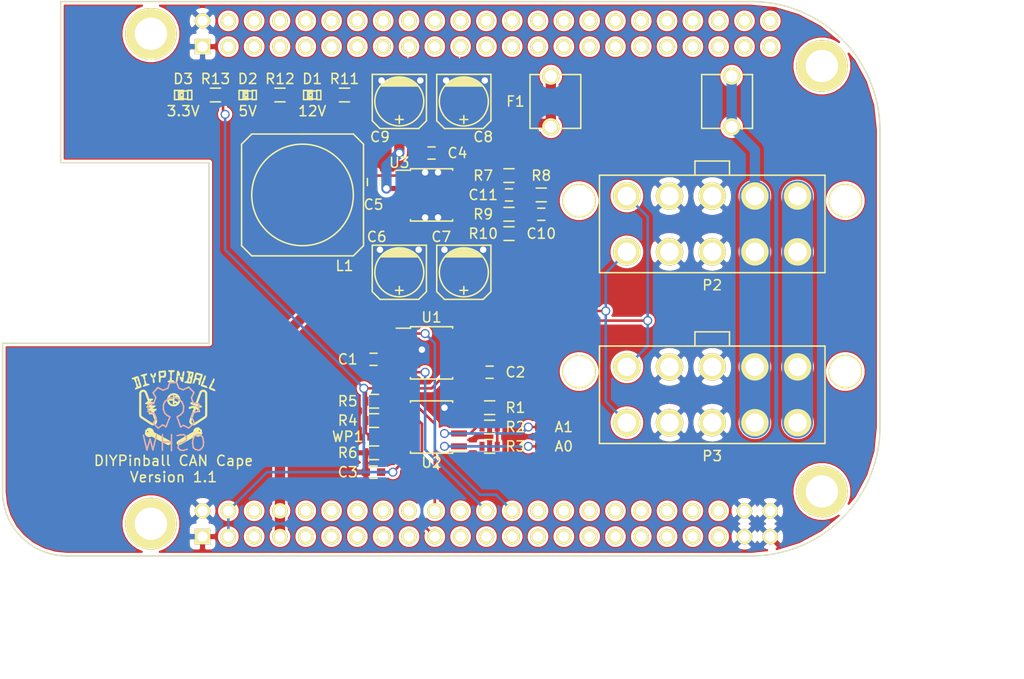
<source format=kicad_pcb>
(kicad_pcb (version 4) (host pcbnew 4.0.0-rc1-stable)
  (layers (0 F.Cu signal) (31 B.Cu signal) (34 B.Paste user) (35 F.Paste user) (36 B.SilkS user) (37 F.SilkS user) (38 B.Mask user) (39 F.Mask user) (44 Edge.Cuts user))
  (net 0 "")
  (net 1 +5V)
  (net 2 GND)
  (net 3 +3.3V)
  (net 4 SCL)
  (net 5 SDA)
  (net 6 CANRX)
  (net 7 CANTX)
  (net 8 "Net-(R1-Pad2)")
  (net 9 CANL)
  (net 10 CANH)
  (net 11 "Net-(P2-Pad1)")
  (net 12 +12V)
  (net 13 "Net-(C4-Pad1)")
  (net 14 "Net-(C5-Pad1)")
  (net 15 "Net-(C5-Pad2)")
  (net 16 "Net-(C10-Pad1)")
  (net 17 "Net-(C11-Pad2)")
  (net 18 "Net-(R7-Pad1)")
  (net 19 "Net-(R10-Pad1)")
  (net 20 "Net-(A0-Pad2)")
  (net 21 "Net-(A1-Pad2)")
  (net 22 "Net-(R6-Pad1)")
  (net 23 "Net-(F1-Pad1)")
  (net 24 "Net-(D1-Pad2)")
  (net 25 "Net-(D2-Pad2)")
  (net 26 "Net-(D3-Pad2)")
  (module Beaglebone:BEAGLEBONE_BLACK (layer F.Cu) (at 166.37 115.57)
    (fp_text reference P1 hide)
    (fp_text value BEAGLEBONE_BLACK hide)
    (pad "" thru_hole circle (at 14.605 -3.175) (size 5.08 5.08) (drill 3.175) (layers *.Cu *.Mask F.SilkS))
    (pad "" thru_hole circle (at 80.645 -6.35) (size 5.08 5.08) (drill 3.175) (layers *.Cu *.Mask F.SilkS))
    (pad "" thru_hole circle (at 80.645 -48.26) (size 5.08 5.08) (drill 3.175) (layers *.Cu *.Mask F.SilkS))
    (pad "" thru_hole circle (at 14.605 -51.435) (size 5.08 5.08) (drill 3.175) (layers *.Cu *.Mask F.SilkS))
    (pad A1 thru_hole rect (at 19.685 -50.165) (size 1.524 1.524) (drill 1.016) (layers *.Cu *.Mask F.SilkS) (net 2 GND))
    (pad A2 thru_hole circle (at 19.685 -52.705) (size 1.524 1.524) (drill 1.016) (layers *.Cu *.Mask F.SilkS) (net 2 GND))
    (pad A3 thru_hole circle (at 22.225 -50.165) (size 1.524 1.524) (drill 1.016) (layers *.Cu *.Mask F.SilkS))
    (pad A4 thru_hole circle (at 22.225 -52.705) (size 1.524 1.524) (drill 1.016) (layers *.Cu *.Mask F.SilkS))
    (pad A5 thru_hole circle (at 24.765 -50.165) (size 1.524 1.524) (drill 1.016) (layers *.Cu *.Mask F.SilkS))
    (pad A6 thru_hole circle (at 24.765 -52.705) (size 1.524 1.524) (drill 1.016) (layers *.Cu *.Mask F.SilkS))
    (pad A7 thru_hole circle (at 27.305 -50.165) (size 1.524 1.524) (drill 1.016) (layers *.Cu *.Mask F.SilkS))
    (pad A8 thru_hole circle (at 27.305 -52.705) (size 1.524 1.524) (drill 1.016) (layers *.Cu *.Mask F.SilkS))
    (pad A9 thru_hole circle (at 29.845 -50.165) (size 1.524 1.524) (drill 1.016) (layers *.Cu *.Mask F.SilkS))
    (pad A10 thru_hole circle (at 29.845 -52.705) (size 1.524 1.524) (drill 1.016) (layers *.Cu *.Mask F.SilkS))
    (pad A11 thru_hole circle (at 32.385 -50.165) (size 1.524 1.524) (drill 1.016) (layers *.Cu *.Mask F.SilkS))
    (pad A12 thru_hole circle (at 32.385 -52.705) (size 1.524 1.524) (drill 1.016) (layers *.Cu *.Mask F.SilkS))
    (pad A13 thru_hole circle (at 34.925 -50.165) (size 1.524 1.524) (drill 1.016) (layers *.Cu *.Mask F.SilkS))
    (pad A14 thru_hole circle (at 34.925 -52.705) (size 1.524 1.524) (drill 1.016) (layers *.Cu *.Mask F.SilkS))
    (pad A15 thru_hole circle (at 37.465 -50.165) (size 1.524 1.524) (drill 1.016) (layers *.Cu *.Mask F.SilkS))
    (pad A16 thru_hole circle (at 37.465 -52.705) (size 1.524 1.524) (drill 1.016) (layers *.Cu *.Mask F.SilkS))
    (pad A17 thru_hole circle (at 40.005 -50.165) (size 1.524 1.524) (drill 1.016) (layers *.Cu *.Mask F.SilkS))
    (pad A18 thru_hole circle (at 40.005 -52.705) (size 1.524 1.524) (drill 1.016) (layers *.Cu *.Mask F.SilkS))
    (pad A19 thru_hole circle (at 42.545 -50.165) (size 1.524 1.524) (drill 1.016) (layers *.Cu *.Mask F.SilkS))
    (pad A20 thru_hole circle (at 42.545 -52.705) (size 1.524 1.524) (drill 1.016) (layers *.Cu *.Mask F.SilkS))
    (pad A21 thru_hole circle (at 45.085 -50.165) (size 1.524 1.524) (drill 1.016) (layers *.Cu *.Mask F.SilkS))
    (pad A22 thru_hole circle (at 45.085 -52.705) (size 1.524 1.524) (drill 1.016) (layers *.Cu *.Mask F.SilkS))
    (pad A23 thru_hole circle (at 47.625 -50.165) (size 1.524 1.524) (drill 1.016) (layers *.Cu *.Mask F.SilkS))
    (pad A24 thru_hole circle (at 47.625 -52.705) (size 1.524 1.524) (drill 1.016) (layers *.Cu *.Mask F.SilkS))
    (pad A25 thru_hole circle (at 50.165 -50.165) (size 1.524 1.524) (drill 1.016) (layers *.Cu *.Mask F.SilkS))
    (pad A26 thru_hole circle (at 50.165 -52.705) (size 1.524 1.524) (drill 1.016) (layers *.Cu *.Mask F.SilkS))
    (pad A27 thru_hole circle (at 52.705 -50.165) (size 1.524 1.524) (drill 1.016) (layers *.Cu *.Mask F.SilkS))
    (pad A28 thru_hole circle (at 52.705 -52.705) (size 1.524 1.524) (drill 1.016) (layers *.Cu *.Mask F.SilkS))
    (pad A29 thru_hole circle (at 55.245 -50.165) (size 1.524 1.524) (drill 1.016) (layers *.Cu *.Mask F.SilkS))
    (pad A30 thru_hole circle (at 55.245 -52.705) (size 1.524 1.524) (drill 1.016) (layers *.Cu *.Mask F.SilkS))
    (pad A31 thru_hole circle (at 57.785 -50.165) (size 1.524 1.524) (drill 1.016) (layers *.Cu *.Mask F.SilkS))
    (pad A32 thru_hole circle (at 57.785 -52.705) (size 1.524 1.524) (drill 1.016) (layers *.Cu *.Mask F.SilkS))
    (pad A33 thru_hole circle (at 60.325 -50.165) (size 1.524 1.524) (drill 1.016) (layers *.Cu *.Mask F.SilkS))
    (pad A34 thru_hole circle (at 60.325 -52.705) (size 1.524 1.524) (drill 1.016) (layers *.Cu *.Mask F.SilkS))
    (pad A35 thru_hole circle (at 62.865 -50.165) (size 1.524 1.524) (drill 1.016) (layers *.Cu *.Mask F.SilkS))
    (pad A36 thru_hole circle (at 62.865 -52.705) (size 1.524 1.524) (drill 1.016) (layers *.Cu *.Mask F.SilkS))
    (pad A37 thru_hole circle (at 65.405 -50.165) (size 1.524 1.524) (drill 1.016) (layers *.Cu *.Mask F.SilkS))
    (pad A38 thru_hole circle (at 65.405 -52.705) (size 1.524 1.524) (drill 1.016) (layers *.Cu *.Mask F.SilkS))
    (pad A39 thru_hole circle (at 67.945 -50.165) (size 1.524 1.524) (drill 1.016) (layers *.Cu *.Mask F.SilkS))
    (pad A40 thru_hole circle (at 67.945 -52.705) (size 1.524 1.524) (drill 1.016) (layers *.Cu *.Mask F.SilkS))
    (pad A41 thru_hole circle (at 70.485 -50.165) (size 1.524 1.524) (drill 1.016) (layers *.Cu *.Mask F.SilkS))
    (pad A42 thru_hole circle (at 70.485 -52.705) (size 1.524 1.524) (drill 1.016) (layers *.Cu *.Mask F.SilkS))
    (pad A43 thru_hole circle (at 73.025 -50.165) (size 1.524 1.524) (drill 1.016) (layers *.Cu *.Mask F.SilkS))
    (pad A44 thru_hole circle (at 73.025 -52.705) (size 1.524 1.524) (drill 1.016) (layers *.Cu *.Mask F.SilkS))
    (pad A45 thru_hole circle (at 75.565 -50.165) (size 1.524 1.524) (drill 1.016) (layers *.Cu *.Mask F.SilkS))
    (pad A46 thru_hole circle (at 75.565 -52.705) (size 1.524 1.524) (drill 1.016) (layers *.Cu *.Mask F.SilkS))
    (pad B2 thru_hole circle (at 19.685 -4.445) (size 1.524 1.524) (drill 1.016) (layers *.Cu *.Mask F.SilkS) (net 2 GND))
    (pad B3 thru_hole circle (at 22.225 -1.905) (size 1.524 1.524) (drill 1.016) (layers *.Cu *.Mask F.SilkS) (net 3 +3.3V))
    (pad B4 thru_hole circle (at 22.225 -4.445) (size 1.524 1.524) (drill 1.016) (layers *.Cu *.Mask F.SilkS) (net 3 +3.3V))
    (pad B5 thru_hole circle (at 24.765 -1.905) (size 1.524 1.524) (drill 1.016) (layers *.Cu *.Mask F.SilkS))
    (pad B6 thru_hole circle (at 24.765 -4.445) (size 1.524 1.524) (drill 1.016) (layers *.Cu *.Mask F.SilkS))
    (pad B7 thru_hole circle (at 27.305 -1.905) (size 1.524 1.524) (drill 1.016) (layers *.Cu *.Mask F.SilkS) (net 1 +5V))
    (pad B8 thru_hole circle (at 27.305 -4.445) (size 1.524 1.524) (drill 1.016) (layers *.Cu *.Mask F.SilkS) (net 1 +5V))
    (pad B9 thru_hole circle (at 29.845 -1.905) (size 1.524 1.524) (drill 1.016) (layers *.Cu *.Mask F.SilkS))
    (pad B10 thru_hole circle (at 29.845 -4.445) (size 1.524 1.524) (drill 1.016) (layers *.Cu *.Mask F.SilkS))
    (pad B11 thru_hole circle (at 32.385 -1.905) (size 1.524 1.524) (drill 1.016) (layers *.Cu *.Mask F.SilkS))
    (pad B12 thru_hole circle (at 32.385 -4.445) (size 1.524 1.524) (drill 1.016) (layers *.Cu *.Mask F.SilkS))
    (pad B13 thru_hole circle (at 34.925 -1.905) (size 1.524 1.524) (drill 1.016) (layers *.Cu *.Mask F.SilkS))
    (pad B14 thru_hole circle (at 34.925 -4.445) (size 1.524 1.524) (drill 1.016) (layers *.Cu *.Mask F.SilkS))
    (pad B15 thru_hole circle (at 37.465 -1.905) (size 1.524 1.524) (drill 1.016) (layers *.Cu *.Mask F.SilkS))
    (pad B16 thru_hole circle (at 37.465 -4.445) (size 1.524 1.524) (drill 1.016) (layers *.Cu *.Mask F.SilkS))
    (pad B17 thru_hole circle (at 40.005 -1.905) (size 1.524 1.524) (drill 1.016) (layers *.Cu *.Mask F.SilkS))
    (pad B18 thru_hole circle (at 40.005 -4.445) (size 1.524 1.524) (drill 1.016) (layers *.Cu *.Mask F.SilkS))
    (pad B19 thru_hole circle (at 42.545 -1.905) (size 1.524 1.524) (drill 1.016) (layers *.Cu *.Mask F.SilkS) (net 4 SCL))
    (pad B20 thru_hole circle (at 42.545 -4.445) (size 1.524 1.524) (drill 1.016) (layers *.Cu *.Mask F.SilkS) (net 5 SDA))
    (pad B21 thru_hole circle (at 45.085 -1.905) (size 1.524 1.524) (drill 1.016) (layers *.Cu *.Mask F.SilkS))
    (pad B22 thru_hole circle (at 45.085 -4.445) (size 1.524 1.524) (drill 1.016) (layers *.Cu *.Mask F.SilkS))
    (pad B23 thru_hole circle (at 47.625 -1.905) (size 1.524 1.524) (drill 1.016) (layers *.Cu *.Mask F.SilkS))
    (pad B24 thru_hole circle (at 47.625 -4.445) (size 1.524 1.524) (drill 1.016) (layers *.Cu *.Mask F.SilkS) (net 6 CANRX))
    (pad B25 thru_hole circle (at 50.165 -1.905) (size 1.524 1.524) (drill 1.016) (layers *.Cu *.Mask F.SilkS))
    (pad B26 thru_hole circle (at 50.165 -4.445) (size 1.524 1.524) (drill 1.016) (layers *.Cu *.Mask F.SilkS) (net 7 CANTX))
    (pad B27 thru_hole circle (at 52.705 -1.905) (size 1.524 1.524) (drill 1.016) (layers *.Cu *.Mask F.SilkS))
    (pad B28 thru_hole circle (at 52.705 -4.445) (size 1.524 1.524) (drill 1.016) (layers *.Cu *.Mask F.SilkS))
    (pad B29 thru_hole circle (at 55.245 -1.905) (size 1.524 1.524) (drill 1.016) (layers *.Cu *.Mask F.SilkS))
    (pad B30 thru_hole circle (at 55.245 -4.445) (size 1.524 1.524) (drill 1.016) (layers *.Cu *.Mask F.SilkS))
    (pad B31 thru_hole circle (at 57.785 -1.905) (size 1.524 1.524) (drill 1.016) (layers *.Cu *.Mask F.SilkS))
    (pad B32 thru_hole circle (at 57.785 -4.445) (size 1.524 1.524) (drill 1.016) (layers *.Cu *.Mask F.SilkS))
    (pad B33 thru_hole circle (at 60.325 -1.905) (size 1.524 1.524) (drill 1.016) (layers *.Cu *.Mask F.SilkS))
    (pad B34 thru_hole circle (at 60.325 -4.445) (size 1.524 1.524) (drill 1.016) (layers *.Cu *.Mask F.SilkS))
    (pad B35 thru_hole circle (at 62.865 -1.905) (size 1.524 1.524) (drill 1.016) (layers *.Cu *.Mask F.SilkS))
    (pad B36 thru_hole circle (at 62.865 -4.445) (size 1.524 1.524) (drill 1.016) (layers *.Cu *.Mask F.SilkS))
    (pad B37 thru_hole circle (at 65.405 -1.905) (size 1.524 1.524) (drill 1.016) (layers *.Cu *.Mask F.SilkS))
    (pad B38 thru_hole circle (at 65.405 -4.445) (size 1.524 1.524) (drill 1.016) (layers *.Cu *.Mask F.SilkS))
    (pad B39 thru_hole circle (at 67.945 -1.905) (size 1.524 1.524) (drill 1.016) (layers *.Cu *.Mask F.SilkS))
    (pad B40 thru_hole circle (at 67.945 -4.445) (size 1.524 1.524) (drill 1.016) (layers *.Cu *.Mask F.SilkS))
    (pad B41 thru_hole circle (at 70.485 -1.905) (size 1.524 1.524) (drill 1.016) (layers *.Cu *.Mask F.SilkS))
    (pad B42 thru_hole circle (at 70.485 -4.445) (size 1.524 1.524) (drill 1.016) (layers *.Cu *.Mask F.SilkS))
    (pad B43 thru_hole circle (at 73.025 -1.905) (size 1.524 1.524) (drill 1.016) (layers *.Cu *.Mask F.SilkS) (net 2 GND))
    (pad B44 thru_hole circle (at 73.025 -4.445) (size 1.524 1.524) (drill 1.016) (layers *.Cu *.Mask F.SilkS) (net 2 GND))
    (pad B45 thru_hole circle (at 75.565 -1.905) (size 1.524 1.524) (drill 1.016) (layers *.Cu *.Mask F.SilkS) (net 2 GND))
    (pad B46 thru_hole circle (at 75.565 -4.445) (size 1.524 1.524) (drill 1.016) (layers *.Cu *.Mask F.SilkS) (net 2 GND))
    (pad B1 thru_hole rect (at 19.685 -1.905) (size 1.524 1.524) (drill 1.016) (layers *.Cu *.Mask F.SilkS) (net 2 GND))
  )
  (module PinballParts:PINBALL-CONNECTOR-V (layer F.Cu) (at 236.22 82.8675 180)
    (fp_text reference P2 (at 0 -6.0325 180) (layer F.SilkS))
    (fp_text value PINBALL-CONNECTOR hide)
    (pad 3 thru_hole circle (at 0 -2.75) (size 2.7 2.7) (drill 1.8) (layers *.Cu *.Mask F.SilkS) (net 2 GND))
    (pad 8 thru_hole circle (at 0 2.75) (size 2.7 2.7) (drill 1.8) (layers *.Cu *.Mask F.SilkS) (net 2 GND))
    (pad 4 thru_hole circle (at 4.2 -2.75) (size 2.7 2.7) (drill 1.8) (layers *.Cu *.Mask F.SilkS) (net 2 GND))
    (pad 9 thru_hole circle (at 4.2 2.75) (size 2.7 2.7) (drill 1.8) (layers *.Cu *.Mask F.SilkS) (net 2 GND))
    (pad 5 thru_hole circle (at 8.4 -2.75) (size 2.7 2.7) (drill 1.8) (layers *.Cu *.Mask F.SilkS) (net 10 CANH))
    (pad 10 thru_hole circle (at 8.4 2.75) (size 2.7 2.7) (drill 1.8) (layers *.Cu *.Mask F.SilkS) (net 9 CANL))
    (pad 7 thru_hole circle (at -4.2 2.75) (size 2.7 2.7) (drill 1.8) (layers *.Cu *.Mask F.SilkS) (net 23 "Net-(F1-Pad1)"))
    (pad 2 thru_hole circle (at -4.2 -2.75) (size 2.7 2.7) (drill 1.8) (layers *.Cu *.Mask F.SilkS) (net 23 "Net-(F1-Pad1)"))
    (pad 6 thru_hole circle (at -8.4 2.75) (size 2.7 2.7) (drill 1.8) (layers *.Cu *.Mask F.SilkS) (net 11 "Net-(P2-Pad1)"))
    (pad 1 thru_hole circle (at -8.4 -2.75) (size 2.7 2.7) (drill 1.8) (layers *.Cu *.Mask F.SilkS) (net 11 "Net-(P2-Pad1)"))
    (pad "" np_thru_hole circle (at 13.1 2.29) (size 3.3 3.3) (drill 3) (layers *.Cu *.Mask F.SilkS))
    (pad "" np_thru_hole circle (at -13.1 2.29) (size 3.3 3.3) (drill 3) (layers *.Cu *.Mask F.SilkS))
  )
  (module PinballParts:PINBALL-CONNECTOR-V (layer F.Cu) (at 236.22 99.695 180)
    (fp_text reference P3 (at 0 -6.0325 180) (layer F.SilkS))
    (fp_text value PINBALL-CONNECTOR hide)
    (pad 3 thru_hole circle (at 0 -2.75) (size 2.7 2.7) (drill 1.8) (layers *.Cu *.Mask F.SilkS) (net 2 GND))
    (pad 8 thru_hole circle (at 0 2.75) (size 2.7 2.7) (drill 1.8) (layers *.Cu *.Mask F.SilkS) (net 2 GND))
    (pad 4 thru_hole circle (at 4.2 -2.75) (size 2.7 2.7) (drill 1.8) (layers *.Cu *.Mask F.SilkS) (net 2 GND))
    (pad 9 thru_hole circle (at 4.2 2.75) (size 2.7 2.7) (drill 1.8) (layers *.Cu *.Mask F.SilkS) (net 2 GND))
    (pad 5 thru_hole circle (at 8.4 -2.75) (size 2.7 2.7) (drill 1.8) (layers *.Cu *.Mask F.SilkS) (net 10 CANH))
    (pad 10 thru_hole circle (at 8.4 2.75) (size 2.7 2.7) (drill 1.8) (layers *.Cu *.Mask F.SilkS) (net 9 CANL))
    (pad 7 thru_hole circle (at -4.2 2.75) (size 2.7 2.7) (drill 1.8) (layers *.Cu *.Mask F.SilkS) (net 23 "Net-(F1-Pad1)"))
    (pad 2 thru_hole circle (at -4.2 -2.75) (size 2.7 2.7) (drill 1.8) (layers *.Cu *.Mask F.SilkS) (net 23 "Net-(F1-Pad1)"))
    (pad 6 thru_hole circle (at -8.4 2.75) (size 2.7 2.7) (drill 1.8) (layers *.Cu *.Mask F.SilkS) (net 11 "Net-(P2-Pad1)"))
    (pad 1 thru_hole circle (at -8.4 -2.75) (size 2.7 2.7) (drill 1.8) (layers *.Cu *.Mask F.SilkS) (net 11 "Net-(P2-Pad1)"))
    (pad "" np_thru_hole circle (at 13.1 2.29) (size 3.3 3.3) (drill 3) (layers *.Cu *.Mask F.SilkS))
    (pad "" np_thru_hole circle (at -13.1 2.29) (size 3.3 3.3) (drill 3) (layers *.Cu *.Mask F.SilkS))
  )
  (module Capacitors_SMD:C_0603 (layer F.Cu) (at 202.8825 96.2025 180)
    (fp_text reference C1 (at 2.54 0 180) (layer F.SilkS))
    (fp_text value 100n)
    (pad 1 smd rect (at -0.75 0 180) (size 0.8 0.75) (layers F.Cu F.Paste F.Mask) (net 1 +5V))
    (pad 2 smd rect (at 0.75 0 180) (size 0.8 0.75) (layers F.Cu F.Paste F.Mask) (net 2 GND))
  )
  (module Capacitors_SMD:C_0603 (layer F.Cu) (at 214.3125 97.4725)
    (fp_text reference C2 (at 2.54 0) (layer F.SilkS))
    (fp_text value 100n)
    (pad 1 smd rect (at -0.75 0) (size 0.8 0.75) (layers F.Cu F.Paste F.Mask) (net 3 +3.3V))
    (pad 2 smd rect (at 0.75 0) (size 0.8 0.75) (layers F.Cu F.Paste F.Mask) (net 2 GND))
  )
  (module Capacitors_SMD:C_0603 (layer F.Cu) (at 202.8825 107.315 180)
    (fp_text reference C3 (at 2.54 0 180) (layer F.SilkS))
    (fp_text value 100n)
    (pad 1 smd rect (at -0.75 0 180) (size 0.8 0.75) (layers F.Cu F.Paste F.Mask) (net 3 +3.3V))
    (pad 2 smd rect (at 0.75 0 180) (size 0.8 0.75) (layers F.Cu F.Paste F.Mask) (net 2 GND))
  )
  (module Resistors_SMD:R_0603 (layer F.Cu) (at 214.3125 100.965 180)
    (fp_text reference R1 (at -2.54 0 180) (layer F.SilkS))
    (fp_text value 4.7K)
    (pad 1 smd rect (at -0.75 0 180) (size 0.5 0.9) (layers F.Cu F.Paste F.Mask) (net 3 +3.3V))
    (pad 2 smd rect (at 0.75 0 180) (size 0.5 0.9) (layers F.Cu F.Paste F.Mask) (net 8 "Net-(R1-Pad2)"))
  )
  (module Resistors_SMD:R_0603 (layer F.Cu) (at 214.3125 102.87 180)
    (fp_text reference R2 (at -2.54 0 180) (layer F.SilkS))
    (fp_text value 4.7K)
    (pad 1 smd rect (at -0.75 0 180) (size 0.5 0.9) (layers F.Cu F.Paste F.Mask) (net 3 +3.3V))
    (pad 2 smd rect (at 0.75 0 180) (size 0.5 0.9) (layers F.Cu F.Paste F.Mask) (net 21 "Net-(A1-Pad2)"))
  )
  (module Resistors_SMD:R_0603 (layer F.Cu) (at 214.3125 104.775 180)
    (fp_text reference R3 (at -2.54 0 180) (layer F.SilkS))
    (fp_text value 4.7K)
    (pad 1 smd rect (at -0.75 0 180) (size 0.5 0.9) (layers F.Cu F.Paste F.Mask) (net 3 +3.3V))
    (pad 2 smd rect (at 0.75 0 180) (size 0.5 0.9) (layers F.Cu F.Paste F.Mask) (net 20 "Net-(A0-Pad2)"))
  )
  (module Resistors_SMD:R_0603 (layer F.Cu) (at 202.8825 102.235)
    (fp_text reference R4 (at -2.54 0) (layer F.SilkS))
    (fp_text value 4.7K)
    (pad 1 smd rect (at -0.75 0) (size 0.5 0.9) (layers F.Cu F.Paste F.Mask) (net 3 +3.3V))
    (pad 2 smd rect (at 0.75 0) (size 0.5 0.9) (layers F.Cu F.Paste F.Mask) (net 4 SCL))
  )
  (module Resistors_SMD:R_0603 (layer F.Cu) (at 202.8825 100.33)
    (fp_text reference R5 (at -2.54 0) (layer F.SilkS))
    (fp_text value 4.7K)
    (pad 1 smd rect (at -0.75 0) (size 0.5 0.9) (layers F.Cu F.Paste F.Mask) (net 3 +3.3V))
    (pad 2 smd rect (at 0.75 0) (size 0.5 0.9) (layers F.Cu F.Paste F.Mask) (net 5 SDA))
  )
  (module Resistors_SMD:R_0603 (layer F.Cu) (at 202.8825 105.41 180)
    (fp_text reference R6 (at 2.54 0 180) (layer F.SilkS))
    (fp_text value 4.7K)
    (pad 1 smd rect (at -0.75 0 180) (size 0.5 0.9) (layers F.Cu F.Paste F.Mask) (net 22 "Net-(R6-Pad1)"))
    (pad 2 smd rect (at 0.75 0 180) (size 0.5 0.9) (layers F.Cu F.Paste F.Mask) (net 2 GND))
  )
  (module Housings_SOIC:SOIC-8_3.9x4.9mm_Pitch1.27mm (layer F.Cu) (at 208.5975 95.5675)
    (fp_text reference U1 (at 0 -3.5) (layer F.SilkS))
    (fp_text value MCP2562)
    (pad 1 smd rect (at -2.7 -1.905) (size 1.55 0.6) (layers F.Cu F.Paste F.Mask) (net 7 CANTX))
    (pad 2 smd rect (at -2.7 -0.635) (size 1.55 0.6) (layers F.Cu F.Paste F.Mask) (net 2 GND))
    (pad 3 smd rect (at -2.7 0.635) (size 1.55 0.6) (layers F.Cu F.Paste F.Mask) (net 1 +5V))
    (pad 4 smd rect (at -2.7 1.905) (size 1.55 0.6) (layers F.Cu F.Paste F.Mask) (net 6 CANRX))
    (pad 5 smd rect (at 2.7 1.905) (size 1.55 0.6) (layers F.Cu F.Paste F.Mask) (net 3 +3.3V))
    (pad 6 smd rect (at 2.7 0.635) (size 1.55 0.6) (layers F.Cu F.Paste F.Mask) (net 9 CANL))
    (pad 7 smd rect (at 2.7 -0.635) (size 1.55 0.6) (layers F.Cu F.Paste F.Mask) (net 10 CANH))
    (pad 8 smd rect (at 2.7 -1.905) (size 1.55 0.6) (layers F.Cu F.Paste F.Mask))
  )
  (module Housings_SOIC:SOIC-8_3.9x4.9mm_Pitch1.27mm (layer F.Cu) (at 208.5975 102.87 180)
    (fp_text reference U2 (at 0 -3.5 180) (layer F.SilkS))
    (fp_text value 24C256)
    (pad 1 smd rect (at -2.7 -1.905 180) (size 1.55 0.6) (layers F.Cu F.Paste F.Mask) (net 20 "Net-(A0-Pad2)"))
    (pad 2 smd rect (at -2.7 -0.635 180) (size 1.55 0.6) (layers F.Cu F.Paste F.Mask) (net 21 "Net-(A1-Pad2)"))
    (pad 3 smd rect (at -2.7 0.635 180) (size 1.55 0.6) (layers F.Cu F.Paste F.Mask) (net 8 "Net-(R1-Pad2)"))
    (pad 4 smd rect (at -2.7 1.905 180) (size 1.55 0.6) (layers F.Cu F.Paste F.Mask) (net 2 GND))
    (pad 5 smd rect (at 2.7 1.905 180) (size 1.55 0.6) (layers F.Cu F.Paste F.Mask) (net 5 SDA))
    (pad 6 smd rect (at 2.7 0.635 180) (size 1.55 0.6) (layers F.Cu F.Paste F.Mask) (net 4 SCL))
    (pad 7 smd rect (at 2.7 -0.635 180) (size 1.55 0.6) (layers F.Cu F.Paste F.Mask) (net 22 "Net-(R6-Pad1)"))
    (pad 8 smd rect (at 2.7 -1.905 180) (size 1.55 0.6) (layers F.Cu F.Paste F.Mask) (net 3 +3.3V))
  )
  (module Capacitors_SMD:C_0603 (layer F.Cu) (at 208.5975 75.8825 180)
    (fp_text reference C4 (at -2.54 0 180) (layer F.SilkS))
    (fp_text value 100n)
    (pad 1 smd rect (at -0.75 0 180) (size 0.8 0.75) (layers F.Cu F.Paste F.Mask) (net 13 "Net-(C4-Pad1)"))
    (pad 2 smd rect (at 0.75 0 180) (size 0.8 0.75) (layers F.Cu F.Paste F.Mask) (net 2 GND))
  )
  (module Capacitors_SMD:C_0603 (layer F.Cu) (at 202.8825 78.74 90)
    (fp_text reference C5 (at -2.2225 0 180) (layer F.SilkS))
    (fp_text value 10n)
    (pad 1 smd rect (at -0.75 0 90) (size 0.8 0.75) (layers F.Cu F.Paste F.Mask) (net 14 "Net-(C5-Pad1)"))
    (pad 2 smd rect (at 0.75 0 90) (size 0.8 0.75) (layers F.Cu F.Paste F.Mask) (net 15 "Net-(C5-Pad2)"))
  )
  (module Capacitors_SMD:c_elec_5x5.8 (layer F.Cu) (at 205.4225 87.63 270)
    (fp_text reference C6 (at -3.4925 2.2225 360) (layer F.SilkS))
    (fp_text value 22u)
    (pad 1 smd rect (at 2.19964 0 270) (size 2.99974 1.6002) (layers F.Cu F.Paste F.Mask) (net 1 +5V))
    (pad 2 smd rect (at -2.19964 0 270) (size 2.99974 1.6002) (layers F.Cu F.Paste F.Mask) (net 2 GND))
  )
  (module Capacitors_SMD:c_elec_5x5.8 (layer F.Cu) (at 211.7725 87.63 270)
    (fp_text reference C7 (at -3.4925 2.2225 360) (layer F.SilkS))
    (fp_text value 22u)
    (pad 1 smd rect (at 2.19964 0 270) (size 2.99974 1.6002) (layers F.Cu F.Paste F.Mask) (net 1 +5V))
    (pad 2 smd rect (at -2.19964 0 270) (size 2.99974 1.6002) (layers F.Cu F.Paste F.Mask) (net 2 GND))
  )
  (module Capacitors_SMD:c_elec_5x5.8 (layer F.Cu) (at 211.7725 70.8025 270)
    (fp_text reference C8 (at 3.4925 -1.905 360) (layer F.SilkS))
    (fp_text value 10u)
    (pad 1 smd rect (at 2.19964 0 270) (size 2.99974 1.6002) (layers F.Cu F.Paste F.Mask) (net 12 +12V))
    (pad 2 smd rect (at -2.19964 0 270) (size 2.99974 1.6002) (layers F.Cu F.Paste F.Mask) (net 2 GND))
  )
  (module Capacitors_SMD:c_elec_5x5.8 (layer F.Cu) (at 205.4225 70.8025 270)
    (fp_text reference C9 (at 3.4925 1.905 360) (layer F.SilkS))
    (fp_text value 10u)
    (pad 1 smd rect (at 2.19964 0 270) (size 2.99974 1.6002) (layers F.Cu F.Paste F.Mask) (net 12 +12V))
    (pad 2 smd rect (at -2.19964 0 270) (size 2.99974 1.6002) (layers F.Cu F.Paste F.Mask) (net 2 GND))
  )
  (module Capacitors_SMD:C_0603 (layer F.Cu) (at 219.3925 81.915)
    (fp_text reference C10 (at 0 1.905) (layer F.SilkS))
    (fp_text value NP)
    (pad 1 smd rect (at -0.75 0) (size 0.8 0.75) (layers F.Cu F.Paste F.Mask) (net 16 "Net-(C10-Pad1)"))
    (pad 2 smd rect (at 0.75 0) (size 0.8 0.75) (layers F.Cu F.Paste F.Mask) (net 2 GND))
  )
  (module Capacitors_SMD:C_0603 (layer F.Cu) (at 216.2175 80.01)
    (fp_text reference C11 (at -2.54 0) (layer F.SilkS))
    (fp_text value 3.3n)
    (pad 1 smd rect (at -0.75 0) (size 0.8 0.75) (layers F.Cu F.Paste F.Mask) (net 16 "Net-(C10-Pad1)"))
    (pad 2 smd rect (at 0.75 0) (size 0.8 0.75) (layers F.Cu F.Paste F.Mask) (net 17 "Net-(C11-Pad2)"))
  )
  (module Inductors:SELF-WE-PD-XXL (layer F.Cu) (at 195.8975 80.01 270)
    (fp_text reference L1 (at 6.985 -4.1275 360) (layer F.SilkS))
    (fp_text value 4.7u)
    (fp_text user "" (at 0 0 270) (layer F.SilkS))
    (fp_text user "" (at 0 0 270) (layer F.SilkS))
    (pad 1 smd rect (at -5.00126 0 270) (size 2.90068 5.40004) (layers F.Cu F.Paste F.Mask) (net 14 "Net-(C5-Pad1)"))
    (pad 2 smd rect (at 5.00126 0 270) (size 2.90068 5.40004) (layers F.Cu F.Paste F.Mask) (net 1 +5V))
  )
  (module Resistors_SMD:R_0603 (layer F.Cu) (at 216.2175 78.105)
    (fp_text reference R7 (at -2.54 0) (layer F.SilkS))
    (fp_text value 10K)
    (pad 1 smd rect (at -0.75 0) (size 0.5 0.9) (layers F.Cu F.Paste F.Mask) (net 18 "Net-(R7-Pad1)"))
    (pad 2 smd rect (at 0.75 0) (size 0.5 0.9) (layers F.Cu F.Paste F.Mask) (net 12 +12V))
  )
  (module Resistors_SMD:R_0603 (layer F.Cu) (at 219.3925 80.01 180)
    (fp_text reference R8 (at 0 1.905 180) (layer F.SilkS))
    (fp_text value 13K)
    (pad 1 smd rect (at -0.75 0 180) (size 0.5 0.9) (layers F.Cu F.Paste F.Mask) (net 2 GND))
    (pad 2 smd rect (at 0.75 0 180) (size 0.5 0.9) (layers F.Cu F.Paste F.Mask) (net 17 "Net-(C11-Pad2)"))
  )
  (module Resistors_SMD:R_0603 (layer F.Cu) (at 216.2175 81.915 180)
    (fp_text reference R9 (at 2.54 0 180) (layer F.SilkS))
    (fp_text value 11.8K)
    (pad 1 smd rect (at -0.75 0 180) (size 0.5 0.9) (layers F.Cu F.Paste F.Mask) (net 2 GND))
    (pad 2 smd rect (at 0.75 0 180) (size 0.5 0.9) (layers F.Cu F.Paste F.Mask) (net 19 "Net-(R10-Pad1)"))
  )
  (module Resistors_SMD:R_0603 (layer F.Cu) (at 216.2175 83.82)
    (fp_text reference R10 (at -2.54 0) (layer F.SilkS))
    (fp_text value 53.6K)
    (pad 1 smd rect (at -0.75 0) (size 0.5 0.9) (layers F.Cu F.Paste F.Mask) (net 19 "Net-(R10-Pad1)"))
    (pad 2 smd rect (at 0.75 0) (size 0.5 0.9) (layers F.Cu F.Paste F.Mask) (net 1 +5V))
  )
  (module Housings_SOIC:SOIC-8-1EP_3.9x4.9mm_Pitch1.27mm (layer F.Cu) (at 208.5975 80.01)
    (fp_text reference U3 (at -3.175 -3.175) (layer F.SilkS))
    (fp_text value AP3513E)
    (pad 1 smd rect (at -2.7 -1.905) (size 1.55 0.6) (layers F.Cu F.Paste F.Mask) (net 15 "Net-(C5-Pad2)"))
    (pad 2 smd rect (at -2.7 -0.635) (size 1.55 0.6) (layers F.Cu F.Paste F.Mask) (net 12 +12V))
    (pad 3 smd rect (at -2.7 0.635) (size 1.55 0.6) (layers F.Cu F.Paste F.Mask) (net 14 "Net-(C5-Pad1)"))
    (pad 4 smd rect (at -2.7 1.905) (size 1.55 0.6) (layers F.Cu F.Paste F.Mask) (net 2 GND))
    (pad 5 smd rect (at 2.7 1.905) (size 1.55 0.6) (layers F.Cu F.Paste F.Mask) (net 19 "Net-(R10-Pad1)"))
    (pad 6 smd rect (at 2.7 0.635) (size 1.55 0.6) (layers F.Cu F.Paste F.Mask) (net 16 "Net-(C10-Pad1)"))
    (pad 7 smd rect (at 2.7 -0.635) (size 1.55 0.6) (layers F.Cu F.Paste F.Mask) (net 18 "Net-(R7-Pad1)"))
    (pad 8 smd rect (at 2.7 -1.905) (size 1.55 0.6) (layers F.Cu F.Paste F.Mask) (net 13 "Net-(C4-Pad1)"))
    (pad 9 smd rect (at 0.5875 0.5875) (size 1.175 1.175) (layers F.Cu F.Paste F.Mask) (net 2 GND))
    (pad 9 smd rect (at 0.5875 -0.5875) (size 1.175 1.175) (layers F.Cu F.Paste F.Mask) (net 2 GND))
    (pad 9 smd rect (at -0.5875 0.5875) (size 1.175 1.175) (layers F.Cu F.Paste F.Mask) (net 2 GND))
    (pad 9 smd rect (at -0.5875 -0.5875) (size 1.175 1.175) (layers F.Cu F.Paste F.Mask) (net 2 GND))
  )
  (module open-project:S_JUMPER_2 (layer F.Cu) (at 219.3925 104.775 180)
    (fp_text reference A0 (at -2.2225 0 180) (layer F.SilkS))
    (fp_text value JUMPER hide)
    (pad 1 smd rect (at -0.3556 0 180) (size 0.508 0.762) (layers F.Cu F.Paste F.Mask) (net 2 GND) (clearance 0.2032))
    (pad 2 smd rect (at 0.3556 0 180) (size 0.508 0.762) (layers F.Cu F.Paste F.Mask) (net 20 "Net-(A0-Pad2)") (clearance 0.2032))
  )
  (module open-project:S_JUMPER_2 (layer F.Cu) (at 219.3925 102.87 180)
    (fp_text reference A1 (at -2.2225 0 180) (layer F.SilkS))
    (fp_text value JUMPER hide)
    (pad 1 smd rect (at -0.3556 0 180) (size 0.508 0.762) (layers F.Cu F.Paste F.Mask) (net 2 GND) (clearance 0.2032))
    (pad 2 smd rect (at 0.3556 0 180) (size 0.508 0.762) (layers F.Cu F.Paste F.Mask) (net 21 "Net-(A1-Pad2)") (clearance 0.2032))
  )
  (module open-project:S_JUMPER_2 (layer F.Cu) (at 202.8825 103.8225)
    (fp_text reference WP1 (at -2.54 0) (layer F.SilkS))
    (fp_text value JUMPER hide)
    (pad 1 smd rect (at -0.3556 0) (size 0.508 0.762) (layers F.Cu F.Paste F.Mask) (net 3 +3.3V) (clearance 0.2032))
    (pad 2 smd rect (at 0.3556 0) (size 0.508 0.762) (layers F.Cu F.Paste F.Mask) (net 22 "Net-(R6-Pad1)") (clearance 0.2032))
  )
  (module PinballParts:FIDUCIAL (layer F.Cu) (at 242.57 70.1675)
    (fp_text reference FIDUCIAL hide)
    (fp_text value VAL** hide)
    (pad "" smd circle (at 0 0) (size 1 1) (layers F.Cu F.Mask) (clearance 1))
  )
  (module PinballParts:FIDUCIAL (layer F.Cu) (at 171.7675 108.9025)
    (fp_text reference FIDUCIAL hide)
    (fp_text value VAL** hide)
    (pad "" smd circle (at 0 0) (size 1 1) (layers F.Cu F.Mask) (clearance 1))
  )
  (module PinballParts:diypinball-logo-small (layer F.Cu) (at 183.1975 100.965)
    (fp_text reference G*** hide)
    (fp_text value DIYPINBALL-LOGO-SMALL hide)
  )
  (module Symbols:Symbol_OSHW-Logo_SilkScreen (layer B.Cu) (at 183.1975 100.965 180)
    (fp_text reference REF** hide)
    (fp_text value Symbol_OSHW-Logo_SilkScreen)
  )
  (module LEDs:LED-0603 (layer F.Cu) (at 196.85 70.1675)
    (fp_text reference D1 (at 0 -1.5875) (layer F.SilkS))
    (fp_text value LED)
    (pad 2 smd rect (at 0.7493 0 180) (size 0.79756 0.79756) (layers F.Cu F.Paste F.Mask) (net 24 "Net-(D1-Pad2)"))
    (pad 1 smd rect (at -0.7493 0 180) (size 0.79756 0.79756) (layers F.Cu F.Paste F.Mask) (net 2 GND))
  )
  (module LEDs:LED-0603 (layer F.Cu) (at 190.5 70.1675)
    (fp_text reference D2 (at 0 -1.5875) (layer F.SilkS))
    (fp_text value LED)
    (pad 2 smd rect (at 0.7493 0 180) (size 0.79756 0.79756) (layers F.Cu F.Paste F.Mask) (net 25 "Net-(D2-Pad2)"))
    (pad 1 smd rect (at -0.7493 0 180) (size 0.79756 0.79756) (layers F.Cu F.Paste F.Mask) (net 2 GND))
  )
  (module LEDs:LED-0603 (layer F.Cu) (at 184.15 70.1675)
    (fp_text reference D3 (at 0 -1.5875) (layer F.SilkS))
    (fp_text value LED)
    (pad 2 smd rect (at 0.7493 0 180) (size 0.79756 0.79756) (layers F.Cu F.Paste F.Mask) (net 26 "Net-(D3-Pad2)"))
    (pad 1 smd rect (at -0.7493 0 180) (size 0.79756 0.79756) (layers F.Cu F.Paste F.Mask) (net 2 GND))
  )
  (module Resistors_SMD:R_0603 (layer F.Cu) (at 200.025 70.1675 180)
    (fp_text reference R11 (at 0 1.5875 180) (layer F.SilkS))
    (fp_text value 4.7K)
    (pad 1 smd rect (at -0.75 0 180) (size 0.5 0.9) (layers F.Cu F.Paste F.Mask) (net 12 +12V))
    (pad 2 smd rect (at 0.75 0 180) (size 0.5 0.9) (layers F.Cu F.Paste F.Mask) (net 24 "Net-(D1-Pad2)"))
  )
  (module Resistors_SMD:R_0603 (layer F.Cu) (at 193.675 70.1675 180)
    (fp_text reference R12 (at 0 1.5875 180) (layer F.SilkS))
    (fp_text value 1K)
    (pad 1 smd rect (at -0.75 0 180) (size 0.5 0.9) (layers F.Cu F.Paste F.Mask) (net 1 +5V))
    (pad 2 smd rect (at 0.75 0 180) (size 0.5 0.9) (layers F.Cu F.Paste F.Mask) (net 25 "Net-(D2-Pad2)"))
  )
  (module Resistors_SMD:R_0603 (layer F.Cu) (at 187.325 70.1675 180)
    (fp_text reference R13 (at 0 1.5875 180) (layer F.SilkS))
    (fp_text value 1K)
    (pad 1 smd rect (at -0.75 0 180) (size 0.5 0.9) (layers F.Cu F.Paste F.Mask) (net 3 +3.3V))
    (pad 2 smd rect (at 0.75 0 180) (size 0.5 0.9) (layers F.Cu F.Paste F.Mask) (net 26 "Net-(D3-Pad2)"))
  )
  (module PinballParts:FC203-20MM (layer F.Cu) (at 229.235 70.8025 180)
    (fp_text reference F1 (at 12.3825 0 180) (layer F.SilkS))
    (fp_text value FUSE hide)
    (pad 1 thru_hole circle (at -8.9 -2.5 180) (size 1.7 1.7) (drill 1.17) (layers *.Cu *.Mask F.SilkS) (net 23 "Net-(F1-Pad1)"))
    (pad 1 thru_hole circle (at -8.9 2.5 180) (size 1.7 1.7) (drill 1.17) (layers *.Cu *.Mask F.SilkS) (net 23 "Net-(F1-Pad1)"))
    (pad 2 thru_hole circle (at 8.9 2.5 180) (size 1.7 1.7) (drill 1.17) (layers *.Cu *.Mask F.SilkS) (net 12 +12V))
    (pad 2 thru_hole circle (at 8.9 -2.5 180) (size 1.7 1.7) (drill 1.17) (layers *.Cu *.Mask F.SilkS) (net 12 +12V))
  )
  (gr_text 12V (at 196.85 71.755) (layer F.SilkS) (effects (font (size 1 1))))
  (gr_text 5V (at 190.5 71.755) (layer F.SilkS) (effects (font (size 1 1))))
  (gr_text 3.3V (at 184.15 71.755) (layer F.SilkS) (effects (font (size 1 1))))
  (gr_text "DIYPinball CAN Cape\nVersion 1.1\n" (at 183.1975 106.9975) (layer F.SilkS) (effects (font (size 1 1))))
  (gr_line (start 172.085 60.96) (end 240.03 60.96) (angle 90) (layer Edge.Cuts) (width 0.1))
  (gr_arc (start 240.03 73.66) (end 240.03 60.96) (angle 90) (layer Edge.Cuts) (width 0.1))
  (gr_arc (start 172.72 109.22) (end 172.72 115.57) (angle 90) (layer Edge.Cuts) (width 0.1))
  (gr_arc (start 240.03 102.87) (end 252.73 102.87) (angle 90) (layer Edge.Cuts) (width 0.1))
  (gr_line (start 252.73 102.87) (end 252.73 73.66) (angle 90) (layer Edge.Cuts) (width 0.1))
  (gr_line (start 172.72 115.57) (end 240.03 115.57) (angle 90) (layer Edge.Cuts) (width 0.1))
  (gr_line (start 166.37 94.615) (end 166.37 109.22) (angle 90) (layer Edge.Cuts) (width 0.1))
  (gr_line (start 186.69 94.615) (end 166.37 94.615) (angle 90) (layer Edge.Cuts) (width 0.1))
  (gr_line (start 186.69 76.835) (end 186.69 94.615) (angle 90) (layer Edge.Cuts) (width 0.1))
  (gr_line (start 172.085 76.835) (end 186.69 76.835) (angle 90) (layer Edge.Cuts) (width 0.1))
  (gr_line (start 172.085 60.96) (end 172.085 76.835) (angle 90) (layer Edge.Cuts) (width 0.1))
  (segment (start 194.425 70.1675) (end 194.425 71.3225) (width 0.254) (layer F.Cu) (net 1))
  (segment (start 195.8975 82.55) (end 195.8975 85.01126) (width 0.254) (layer F.Cu) (net 1))
  (segment (start 192.405 79.0575) (end 195.8975 82.55) (width 0.254) (layer F.Cu) (net 1))
  (segment (start 192.405 73.3425) (end 192.405 79.0575) (width 0.254) (layer F.Cu) (net 1))
  (segment (start 194.425 71.3225) (end 192.405 73.3425) (width 0.254) (layer F.Cu) (net 1))
  (segment (start 203.6325 96.2025) (end 203.6325 89.82964) (width 0.254) (layer F.Cu) (net 1))
  (segment (start 203.5175 89.8525) (end 203.5175 89.82964) (width 0.254) (layer F.Cu) (net 1))
  (segment (start 203.60964 89.8525) (end 203.5175 89.8525) (width 0.254) (layer F.Cu) (net 1))
  (segment (start 203.6325 89.82964) (end 203.60964 89.8525) (width 0.254) (layer F.Cu) (net 1))
  (segment (start 198.12 89.82964) (end 193.675 94.27464) (width 1.016) (layer F.Cu) (net 1))
  (segment (start 193.675 94.27464) (end 193.675 111.125) (width 1.016) (layer F.Cu) (net 1))
  (segment (start 205.4225 89.82964) (end 203.5175 89.82964) (width 1.016) (layer F.Cu) (net 1))
  (segment (start 203.5175 89.82964) (end 198.12 89.82964) (width 1.016) (layer F.Cu) (net 1))
  (segment (start 198.12 89.82964) (end 198.09714 89.82964) (width 1.016) (layer F.Cu) (net 1))
  (segment (start 195.8975 87.63) (end 195.8975 85.01126) (width 1.016) (layer F.Cu) (net 1))
  (segment (start 198.09714 89.82964) (end 195.8975 87.63) (width 1.016) (layer F.Cu) (net 1))
  (segment (start 211.7725 89.82964) (end 205.4225 89.82964) (width 1.016) (layer F.Cu) (net 1))
  (segment (start 211.7725 89.82964) (end 215.92286 89.82964) (width 0.254) (layer F.Cu) (net 1))
  (segment (start 216.9675 88.785) (end 216.9675 83.82) (width 0.254) (layer F.Cu) (net 1))
  (segment (start 215.92286 89.82964) (end 216.9675 88.785) (width 0.254) (layer F.Cu) (net 1))
  (segment (start 205.8975 96.2025) (end 203.6325 96.2025) (width 0.254) (layer F.Cu) (net 1))
  (segment (start 193.675 113.665) (end 193.675 111.125) (width 1.016) (layer F.Cu) (net 1))
  (segment (start 211.2975 100.965) (end 209.8675 100.965) (width 0.254) (layer F.Cu) (net 2))
  (via (at 209.8675 100.965) (size 0.889) (layers F.Cu B.Cu) (net 2))
  (segment (start 205.8975 94.9325) (end 207.3275 94.9325) (width 0.254) (layer F.Cu) (net 2))
  (via (at 207.645 95.25) (size 0.889) (layers F.Cu B.Cu) (net 2))
  (segment (start 207.3275 94.9325) (end 207.645 95.25) (width 0.254) (layer F.Cu) (net 2))
  (segment (start 208.01 80.5975) (end 208.01 82.185) (width 0.254) (layer F.Cu) (net 2))
  (via (at 207.9625 82.2325) (size 0.889) (layers F.Cu B.Cu) (net 2))
  (segment (start 208.01 82.185) (end 207.9625 82.2325) (width 0.254) (layer F.Cu) (net 2))
  (segment (start 209.185 80.5975) (end 209.185 82.185) (width 0.254) (layer F.Cu) (net 2))
  (via (at 209.2325 82.2325) (size 0.889) (layers F.Cu B.Cu) (net 2))
  (segment (start 209.185 82.185) (end 209.2325 82.2325) (width 0.254) (layer F.Cu) (net 2))
  (segment (start 209.185 79.4225) (end 209.185 77.835) (width 0.254) (layer F.Cu) (net 2))
  (via (at 209.2325 77.7875) (size 0.889) (layers F.Cu B.Cu) (net 2))
  (segment (start 209.185 77.835) (end 209.2325 77.7875) (width 0.254) (layer F.Cu) (net 2))
  (segment (start 208.01 79.4225) (end 208.01 77.835) (width 0.254) (layer F.Cu) (net 2))
  (via (at 207.9625 77.7875) (size 0.889) (layers F.Cu B.Cu) (net 2))
  (segment (start 208.01 77.835) (end 207.9625 77.7875) (width 0.254) (layer F.Cu) (net 2))
  (segment (start 205.4225 85.43036) (end 203.54036 85.43036) (width 0.254) (layer F.Cu) (net 2))
  (via (at 203.5175 85.4075) (size 0.889) (layers F.Cu B.Cu) (net 2))
  (segment (start 203.54036 85.43036) (end 203.5175 85.4075) (width 0.254) (layer F.Cu) (net 2))
  (segment (start 205.4225 85.43036) (end 207.30464 85.43036) (width 0.254) (layer F.Cu) (net 2))
  (via (at 207.3275 85.4075) (size 0.889) (layers F.Cu B.Cu) (net 2))
  (segment (start 207.30464 85.43036) (end 207.3275 85.4075) (width 0.254) (layer F.Cu) (net 2))
  (segment (start 211.7725 85.43036) (end 213.65464 85.43036) (width 0.254) (layer F.Cu) (net 2))
  (via (at 213.6775 85.4075) (size 0.889) (layers F.Cu B.Cu) (net 2))
  (segment (start 213.65464 85.43036) (end 213.6775 85.4075) (width 0.254) (layer F.Cu) (net 2))
  (segment (start 211.7725 85.43036) (end 209.89036 85.43036) (width 0.254) (layer F.Cu) (net 2))
  (via (at 209.8675 85.4075) (size 0.889) (layers F.Cu B.Cu) (net 2))
  (segment (start 209.89036 85.43036) (end 209.8675 85.4075) (width 0.254) (layer F.Cu) (net 2))
  (segment (start 205.58125 68.76161) (end 203.69911 68.76161) (width 0.508) (layer F.Cu) (net 2))
  (via (at 203.67625 68.73875) (size 0.889) (layers F.Cu B.Cu) (net 2))
  (segment (start 203.69911 68.76161) (end 203.67625 68.73875) (width 0.508) (layer F.Cu) (net 2))
  (segment (start 211.93125 68.76161) (end 213.81339 68.76161) (width 0.508) (layer F.Cu) (net 2))
  (via (at 213.83625 68.73875) (size 0.889) (layers F.Cu B.Cu) (net 2))
  (segment (start 213.81339 68.76161) (end 213.83625 68.73875) (width 0.508) (layer F.Cu) (net 2))
  (segment (start 211.93125 68.76161) (end 210.04911 68.76161) (width 0.508) (layer F.Cu) (net 2))
  (via (at 210.02625 68.73875) (size 0.889) (layers F.Cu B.Cu) (net 2))
  (segment (start 210.04911 68.76161) (end 210.02625 68.73875) (width 0.508) (layer F.Cu) (net 2))
  (segment (start 205.58125 68.76161) (end 207.46339 68.76161) (width 0.508) (layer F.Cu) (net 2))
  (via (at 207.48625 68.73875) (size 0.889) (layers F.Cu B.Cu) (net 2))
  (segment (start 207.46339 68.76161) (end 207.48625 68.73875) (width 0.508) (layer F.Cu) (net 2))
  (segment (start 188.075 70.1675) (end 188.075 71.87) (width 0.254) (layer F.Cu) (net 3))
  (segment (start 188.2775 85.4075) (end 201.93 99.06) (width 0.254) (layer B.Cu) (net 3))
  (segment (start 188.2775 72.0725) (end 188.2775 85.4075) (width 0.254) (layer B.Cu) (net 3))
  (via (at 188.2775 72.0725) (size 0.889) (layers F.Cu B.Cu) (net 3))
  (segment (start 188.075 71.87) (end 188.2775 72.0725) (width 0.254) (layer F.Cu) (net 3))
  (segment (start 188.595 111.125) (end 188.595 113.665) (width 0.254) (layer B.Cu) (net 3))
  (segment (start 202.1325 100.33) (end 202.1325 102.235) (width 0.254) (layer F.Cu) (net 3))
  (segment (start 202.1325 103.4281) (end 202.5269 103.8225) (width 0.254) (layer F.Cu) (net 3))
  (segment (start 202.1325 102.235) (end 202.1325 103.4281) (width 0.254) (layer F.Cu) (net 3))
  (segment (start 204.7875 107.315) (end 205.8975 106.205) (width 0.254) (layer F.Cu) (net 3))
  (segment (start 205.8975 106.205) (end 205.8975 104.775) (width 0.254) (layer F.Cu) (net 3))
  (segment (start 203.6325 107.315) (end 204.7875 107.315) (width 0.254) (layer F.Cu) (net 3))
  (segment (start 215.0625 104.775) (end 215.0625 102.87) (width 0.254) (layer F.Cu) (net 3))
  (segment (start 215.0625 100.965) (end 215.0625 102.87) (width 0.254) (layer F.Cu) (net 3))
  (segment (start 211.2975 97.4725) (end 213.5625 97.4725) (width 0.254) (layer F.Cu) (net 3))
  (segment (start 213.5625 98.31) (end 215.0625 99.81) (width 0.254) (layer F.Cu) (net 3))
  (segment (start 215.0625 99.81) (end 215.0625 100.965) (width 0.254) (layer F.Cu) (net 3))
  (segment (start 213.5625 97.4725) (end 213.5625 98.31) (width 0.254) (layer F.Cu) (net 3))
  (segment (start 201.93 107.315) (end 204.7875 107.315) (width 0.254) (layer B.Cu) (net 3))
  (segment (start 192.405 107.315) (end 201.93 107.315) (width 0.254) (layer B.Cu) (net 3))
  (via (at 204.7875 107.315) (size 0.889) (layers F.Cu B.Cu) (net 3))
  (segment (start 188.595 111.125) (end 192.405 107.315) (width 0.254) (layer B.Cu) (net 3))
  (via (at 201.93 99.06) (size 0.889) (layers F.Cu B.Cu) (net 3))
  (segment (start 201.93 99.06) (end 202.1325 99.2625) (width 0.254) (layer F.Cu) (net 3))
  (segment (start 202.1325 99.2625) (end 202.1325 100.33) (width 0.254) (layer F.Cu) (net 3))
  (segment (start 201.93 107.315) (end 201.93 99.06) (width 0.254) (layer B.Cu) (net 3))
  (segment (start 208.5975 99.06) (end 210.185 97.4725) (width 0.254) (layer F.Cu) (net 3))
  (segment (start 210.185 97.4725) (end 211.2975 97.4725) (width 0.254) (layer F.Cu) (net 3))
  (segment (start 201.93 99.06) (end 208.5975 99.06) (width 0.254) (layer F.Cu) (net 3))
  (segment (start 205.8975 102.235) (end 203.6325 102.235) (width 0.254) (layer F.Cu) (net 4))
  (segment (start 207.645 110.1725) (end 207.645 102.5525) (width 0.254) (layer F.Cu) (net 4))
  (segment (start 207.645 102.5525) (end 207.3275 102.235) (width 0.254) (layer F.Cu) (net 4))
  (segment (start 207.3275 102.235) (end 205.8975 102.235) (width 0.254) (layer F.Cu) (net 4))
  (segment (start 208.915 113.665) (end 207.645 112.395) (width 0.254) (layer F.Cu) (net 4))
  (segment (start 207.645 112.395) (end 207.645 110.1725) (width 0.254) (layer F.Cu) (net 4))
  (segment (start 204.7875 100.965) (end 204.1525 100.33) (width 0.254) (layer F.Cu) (net 5))
  (segment (start 204.1525 100.33) (end 203.6325 100.33) (width 0.254) (layer F.Cu) (net 5))
  (segment (start 205.8975 100.965) (end 204.7875 100.965) (width 0.254) (layer F.Cu) (net 5))
  (segment (start 208.915 108.9025) (end 208.915 102.5525) (width 0.254) (layer F.Cu) (net 5))
  (segment (start 207.3275 100.965) (end 205.8975 100.965) (width 0.254) (layer F.Cu) (net 5))
  (segment (start 208.915 102.5525) (end 207.3275 100.965) (width 0.254) (layer F.Cu) (net 5))
  (segment (start 208.915 111.125) (end 208.915 108.9025) (width 0.254) (layer F.Cu) (net 5))
  (segment (start 207.9625 105.0925) (end 207.9625 97.4725) (width 0.254) (layer B.Cu) (net 6))
  (via (at 207.9625 97.4725) (size 0.889) (layers F.Cu B.Cu) (net 6))
  (segment (start 207.9625 97.4725) (end 205.8975 97.4725) (width 0.254) (layer F.Cu) (net 6))
  (segment (start 213.995 111.125) (end 207.9625 105.0925) (width 0.254) (layer B.Cu) (net 6))
  (segment (start 214.9475 109.5375) (end 213.36 109.5375) (width 0.254) (layer B.Cu) (net 7))
  (segment (start 213.36 109.5375) (end 208.915 105.0925) (width 0.254) (layer B.Cu) (net 7))
  (segment (start 208.915 105.0925) (end 208.915 103.505) (width 0.254) (layer B.Cu) (net 7))
  (segment (start 207.9625 93.6625) (end 205.8975 93.6625) (width 0.254) (layer F.Cu) (net 7))
  (segment (start 208.915 94.615) (end 208.915 103.505) (width 0.254) (layer B.Cu) (net 7))
  (segment (start 207.9625 93.6625) (end 208.915 94.615) (width 0.254) (layer B.Cu) (net 7))
  (via (at 207.9625 93.6625) (size 0.889) (layers F.Cu B.Cu) (net 7))
  (segment (start 216.535 111.125) (end 214.9475 109.5375) (width 0.254) (layer B.Cu) (net 7))
  (segment (start 212.4075 102.235) (end 212.725 101.9175) (width 0.254) (layer F.Cu) (net 8))
  (segment (start 212.725 101.9175) (end 212.725 101.2825) (width 0.254) (layer F.Cu) (net 8))
  (segment (start 212.725 101.2825) (end 213.0425 100.965) (width 0.254) (layer F.Cu) (net 8))
  (segment (start 213.0425 100.965) (end 213.5625 100.965) (width 0.254) (layer F.Cu) (net 8))
  (segment (start 211.2975 102.235) (end 212.4075 102.235) (width 0.254) (layer F.Cu) (net 8))
  (segment (start 229.87 91.44) (end 229.87 82.1675) (width 0.254) (layer B.Cu) (net 9))
  (segment (start 229.87 92.3925) (end 229.87 91.44) (width 0.254) (layer B.Cu) (net 9))
  (segment (start 229.87 82.1675) (end 227.82 80.1175) (width 0.254) (layer B.Cu) (net 9))
  (segment (start 211.2975 96.2025) (end 218.1225 96.2025) (width 0.254) (layer F.Cu) (net 9))
  (via (at 229.87 92.3925) (size 0.889) (drill 0.635) (layers F.Cu B.Cu) (net 9))
  (segment (start 221.9325 92.3925) (end 229.87 92.3925) (width 0.254) (layer F.Cu) (net 9))
  (segment (start 218.1225 96.2025) (end 221.9325 92.3925) (width 0.254) (layer F.Cu) (net 9))
  (segment (start 229.87 92.3925) (end 229.87 94.895) (width 0.254) (layer B.Cu) (net 9))
  (segment (start 229.87 94.895) (end 227.82 96.945) (width 0.254) (layer B.Cu) (net 9))
  (segment (start 227.82 96.945) (end 227.8575 96.945) (width 0.254) (layer B.Cu) (net 9))
  (segment (start 225.7425 91.44) (end 225.7425 87.695) (width 0.254) (layer B.Cu) (net 10))
  (segment (start 225.7425 87.695) (end 227.82 85.6175) (width 0.254) (layer B.Cu) (net 10))
  (segment (start 225.7425 96.8375) (end 225.7425 100.3675) (width 0.254) (layer B.Cu) (net 10))
  (segment (start 225.7425 91.44) (end 225.7425 96.8375) (width 0.254) (layer B.Cu) (net 10))
  (segment (start 225.7425 100.3675) (end 227.82 102.445) (width 0.254) (layer B.Cu) (net 10))
  (segment (start 227.82 102.445) (end 227.82 102.4075) (width 0.254) (layer B.Cu) (net 10))
  (segment (start 218.1225 94.9325) (end 221.615 91.44) (width 0.254) (layer F.Cu) (net 10))
  (segment (start 221.615 91.44) (end 225.7425 91.44) (width 0.254) (layer F.Cu) (net 10))
  (via (at 225.7425 91.44) (size 0.889) (layers F.Cu B.Cu) (net 10))
  (segment (start 211.2975 94.9325) (end 218.1225 94.9325) (width 0.254) (layer F.Cu) (net 10))
  (segment (start 244.62 80.1175) (end 244.62 85.6175) (width 3.048) (layer B.Cu) (net 11))
  (segment (start 244.62 102.445) (end 244.62 96.945) (width 3.048) (layer B.Cu) (net 11))
  (segment (start 244.62 96.945) (end 244.62 85.6175) (width 3.048) (layer B.Cu) (net 11))
  (segment (start 217.17 73.00214) (end 220.03464 73.00214) (width 1.016) (layer F.Cu) (net 12))
  (segment (start 220.03464 73.00214) (end 220.335 73.3025) (width 1.016) (layer F.Cu) (net 12))
  (segment (start 220.335 68.3025) (end 220.335 73.3025) (width 1.016) (layer F.Cu) (net 12))
  (segment (start 205.4225 73.00214) (end 202.22464 73.00214) (width 0.254) (layer F.Cu) (net 12))
  (segment (start 200.775 71.5525) (end 200.775 70.1675) (width 0.254) (layer F.Cu) (net 12))
  (segment (start 202.22464 73.00214) (end 200.775 71.5525) (width 0.254) (layer F.Cu) (net 12))
  (segment (start 216.9675 78.105) (end 216.9675 73.00214) (width 0.254) (layer F.Cu) (net 12))
  (segment (start 217.17 73.3425) (end 217.17 73.00214) (width 0.254) (layer F.Cu) (net 12))
  (segment (start 217.17 73.20464) (end 217.17 73.3425) (width 0.254) (layer F.Cu) (net 12))
  (segment (start 216.9675 73.00214) (end 217.17 73.20464) (width 0.254) (layer F.Cu) (net 12))
  (segment (start 211.7725 73.00214) (end 217.17 73.00214) (width 1.016) (layer F.Cu) (net 12))
  (segment (start 205.4225 73.00214) (end 205.4225 75.8825) (width 1.016) (layer F.Cu) (net 12))
  (segment (start 204.1525 79.375) (end 205.8975 79.375) (width 0.508) (layer F.Cu) (net 12))
  (via (at 204.1525 79.375) (size 0.889) (layers F.Cu B.Cu) (net 12))
  (segment (start 204.1525 77.1525) (end 204.1525 79.375) (width 1.016) (layer B.Cu) (net 12))
  (segment (start 205.4225 75.8825) (end 204.1525 77.1525) (width 1.016) (layer B.Cu) (net 12))
  (via (at 205.4225 75.8825) (size 0.889) (layers F.Cu B.Cu) (net 12))
  (segment (start 211.7725 73.00214) (end 205.4225 73.00214) (width 1.016) (layer F.Cu) (net 12))
  (segment (start 211.2975 78.105) (end 211.2975 76.6775) (width 0.254) (layer F.Cu) (net 13))
  (segment (start 210.5025 75.8825) (end 209.3475 75.8825) (width 0.254) (layer F.Cu) (net 13))
  (segment (start 211.2975 76.6775) (end 210.5025 75.8825) (width 0.254) (layer F.Cu) (net 13))
  (segment (start 202.8825 79.49) (end 202.8825 80.645) (width 0.254) (layer F.Cu) (net 14))
  (segment (start 205.8975 80.645) (end 202.8825 80.645) (width 0.508) (layer F.Cu) (net 14))
  (segment (start 202.8825 80.645) (end 197.8025 80.645) (width 0.508) (layer F.Cu) (net 14))
  (segment (start 195.8975 78.74) (end 195.8975 75.00874) (width 0.508) (layer F.Cu) (net 14))
  (segment (start 197.8025 80.645) (end 195.8975 78.74) (width 0.508) (layer F.Cu) (net 14))
  (segment (start 205.8975 78.105) (end 202.9975 78.105) (width 0.254) (layer F.Cu) (net 15))
  (segment (start 202.9975 78.105) (end 202.8825 77.99) (width 0.254) (layer F.Cu) (net 15))
  (segment (start 203.15625 78.26375) (end 203.04125 78.14875) (width 0.254) (layer F.Cu) (net 15))
  (segment (start 215.4675 80.01) (end 215.4675 80.8475) (width 0.254) (layer F.Cu) (net 16))
  (segment (start 218.6425 81.165) (end 218.6425 81.915) (width 0.254) (layer F.Cu) (net 16))
  (segment (start 218.44 80.9625) (end 218.6425 81.165) (width 0.254) (layer F.Cu) (net 16))
  (segment (start 215.5825 80.9625) (end 218.44 80.9625) (width 0.254) (layer F.Cu) (net 16))
  (segment (start 215.4675 80.8475) (end 215.5825 80.9625) (width 0.254) (layer F.Cu) (net 16))
  (segment (start 215.4675 80.01) (end 213.995 80.01) (width 0.254) (layer F.Cu) (net 16))
  (segment (start 213.36 80.645) (end 211.2975 80.645) (width 0.254) (layer F.Cu) (net 16))
  (segment (start 213.995 80.01) (end 213.36 80.645) (width 0.254) (layer F.Cu) (net 16))
  (segment (start 218.6425 80.01) (end 216.9675 80.01) (width 0.254) (layer F.Cu) (net 17))
  (segment (start 215.4675 78.105) (end 214.3125 78.105) (width 0.254) (layer F.Cu) (net 18))
  (segment (start 213.0425 79.375) (end 211.2975 79.375) (width 0.254) (layer F.Cu) (net 18))
  (segment (start 214.3125 78.105) (end 213.0425 79.375) (width 0.254) (layer F.Cu) (net 18))
  (segment (start 215.4675 81.915) (end 215.4675 83.82) (width 0.254) (layer F.Cu) (net 19))
  (segment (start 211.2975 81.915) (end 215.4675 81.915) (width 0.254) (layer F.Cu) (net 19))
  (segment (start 213.5625 104.775) (end 211.2975 104.775) (width 0.254) (layer F.Cu) (net 20))
  (via (at 209.8675 104.775) (size 0.889) (layers F.Cu B.Cu) (net 20))
  (segment (start 209.8675 104.775) (end 218.1225 104.775) (width 0.254) (layer B.Cu) (net 20))
  (via (at 218.1225 104.775) (size 0.889) (layers F.Cu B.Cu) (net 20))
  (segment (start 218.1225 104.775) (end 219.0369 104.775) (width 0.254) (layer F.Cu) (net 20))
  (segment (start 211.2975 104.775) (end 209.8675 104.775) (width 0.254) (layer F.Cu) (net 20))
  (segment (start 212.4075 103.505) (end 213.0425 102.87) (width 0.254) (layer F.Cu) (net 21))
  (segment (start 213.0425 102.87) (end 213.5625 102.87) (width 0.254) (layer F.Cu) (net 21))
  (segment (start 211.2975 103.505) (end 212.4075 103.505) (width 0.254) (layer F.Cu) (net 21))
  (via (at 218.1225 102.87) (size 0.889) (layers F.Cu B.Cu) (net 21))
  (segment (start 218.1225 102.87) (end 217.4875 103.505) (width 0.254) (layer B.Cu) (net 21))
  (segment (start 217.4875 103.505) (end 209.8675 103.505) (width 0.254) (layer B.Cu) (net 21))
  (via (at 209.8675 103.505) (size 0.889) (layers F.Cu B.Cu) (net 21))
  (segment (start 209.8675 103.505) (end 211.2975 103.505) (width 0.254) (layer F.Cu) (net 21))
  (segment (start 219.0369 102.87) (end 218.1225 102.87) (width 0.254) (layer F.Cu) (net 21))
  (segment (start 203.835 105.2075) (end 203.6325 105.41) (width 0.254) (layer F.Cu) (net 22))
  (segment (start 204.1525 103.505) (end 203.835 103.8225) (width 0.254) (layer F.Cu) (net 22))
  (segment (start 203.835 103.8225) (end 203.835 105.2075) (width 0.254) (layer F.Cu) (net 22))
  (segment (start 205.8975 103.505) (end 204.1525 103.505) (width 0.254) (layer F.Cu) (net 22))
  (segment (start 203.2381 103.8225) (end 203.835 103.8225) (width 0.254) (layer F.Cu) (net 22))
  (segment (start 240.42 80.1175) (end 240.42 75.5875) (width 1.016) (layer B.Cu) (net 23))
  (segment (start 240.42 75.5875) (end 238.135 73.3025) (width 1.016) (layer B.Cu) (net 23))
  (segment (start 238.135 73.3025) (end 238.135 68.3025) (width 1.016) (layer B.Cu) (net 23))
  (segment (start 240.42 80.1175) (end 240.42 85.6175) (width 3.048) (layer B.Cu) (net 23))
  (segment (start 240.42 85.6175) (end 240.42 96.945) (width 3.048) (layer B.Cu) (net 23))
  (segment (start 240.42 96.945) (end 240.42 102.445) (width 3.048) (layer B.Cu) (net 23))
  (segment (start 199.275 70.1675) (end 197.5993 70.1675) (width 0.254) (layer F.Cu) (net 24))
  (segment (start 192.925 70.1675) (end 191.2493 70.1675) (width 0.254) (layer F.Cu) (net 25))
  (segment (start 186.575 70.1675) (end 184.8993 70.1675) (width 0.254) (layer F.Cu) (net 26))
  (zone (net 2) (net_name GND) (layer B.Cu) (connect_pads (clearance 0.381)) (min_thickness 0.254) (fill yes (arc_segments 32) (thermal_gap 0.508) (thermal_bridge_width 0.508))
    (polygon (pts (xy 166.37 60.96) (xy 252.73 60.96) (xy 252.73 115.57) (xy 166.37 115.57)))
  )
  (zone (net 2) (net_name GND) (layer F.Cu) (connect_pads (clearance 0.254)) (min_thickness 0.2038) (fill yes (arc_segments 32) (thermal_gap 0.508) (thermal_bridge_width 0.508))
    (polygon (pts (xy 166.37 60.96) (xy 252.73 60.96) (xy 252.73 115.57) (xy 166.37 115.57)))
  )
)
</source>
